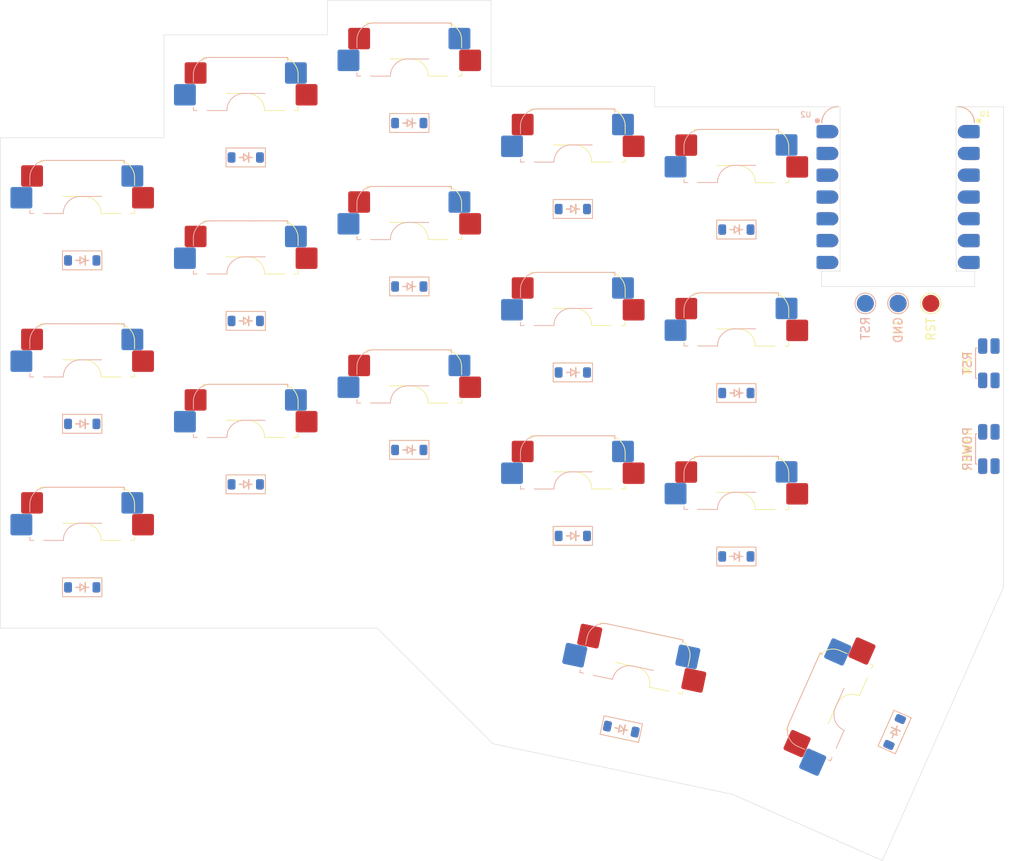
<source format=kicad_pcb>
(kicad_pcb (version 20241229) (generator "pcbnew") (generator_version "9.0")
  (layers (0 "F.Cu" signal) (2 "B.Cu" signal) (13 "F.Paste" user) (15 "B.Paste" user) (5 "F.SilkS" user "F.Silkscreen") (7 "B.SilkS" user "B.Silkscreen") (1 "F.Mask" user) (3 "B.Mask" user) (25 "Edge.Cuts" user))
  (net 0 "")
  (net 1 "Net-(D1-A)")
  (net 2 "Net-(D2-A)")
  (net 3 "Net-(D3-A)")
  (net 4 "Net-(D4-A)")
  (net 5 "Net-(D5-A)")
  (net 6 "Net-(D6-A)")
  (net 7 "Net-(D7-A)")
  (net 8 "Net-(D8-A)")
  (net 9 "Net-(D9-A)")
  (net 10 "Net-(D10-A)")
  (net 11 "Net-(D11-A)")
  (net 12 "Net-(D12-A)")
  (net 13 "Net-(D13-A)")
  (net 14 "Net-(D14-A)")
  (net 15 "Net-(D15-A)")
  (net 16 "Net-(D16-A)")
  (net 17 "Net-(D17-A)")
  (net 18 "CR1")
  (net 19 "CL1")
  (net 20 "CR2")
  (net 21 "CL2")
  (net 22 "CR3")
  (net 23 "CL3")
  (net 24 "CR4")
  (net 25 "CL4")
  (net 26 "CR5")
  (net 27 "CL5")
  (net 28 "RESET_LEFT")
  (net 29 "GND")
  (net 30 "RESET_RIGHT")
  (net 31 "PWR_SWITCH_LEFT")
  (net 32 "PWR_SWITCH_RIGHT")
  (net 45 "RL1")
  (net 46 "RL2")
  (net 47 "RL3")
  (net 48 "RL4")
  (net 49 "RR1")
  (net 50 "Net-(D18-A)")
  (net 51 "Net-(D19-A)")
  (net 52 "RR2")
  (net 53 "Net-(D20-A)")
  (net 54 "RR3")
  (net 55 "Net-(D21-A)")
  (net 56 "Net-(D22-A)")
  (net 57 "Net-(D23-A)")
  (net 58 "Net-(D24-A)")
  (net 59 "Net-(D25-A)")
  (net 60 "Net-(D26-A)")
  (net 61 "Net-(D27-A)")
  (net 62 "Net-(D28-A)")
  (net 63 "Net-(D29-A)")
  (net 64 "RR4")
  (net 65 "Net-(D30-A)")
  (net 66 "Net-(D31-A)")
  (net 67 "Net-(D32-A)")
  (net 68 "Net-(D33-A)")
  (net 69 "Net-(D34-A)")
  (footprint "BLE_KBD:Diode_SOD-123" (layer "F.Cu") (at 62.23 82.61845 180)
    (property "Reference" "D19" (hide yes))
    (property "Value" "Diode")
    (pad "1" smd roundrect (at -1.65 0 180) (size 0.9 1.2) (layers "F.Cu" "F.Mask" "F.Paste") (net 52 "RR2"))
    (pad "2" smd roundrect (at 1.65 0 180) (size 0.9 1.2) (layers "F.Cu" "F.Mask" "F.Paste") (net 51 "Net-(D19-A)"))
  )
  (footprint "BLE_KBD:Diode_SOD-123" (layer "F.Cu") (at 125.024762 118.193839 168.06)
    (property "Reference" "D30" (hide yes))
    (property "Value" "Diode")
    (pad "1" smd roundrect (at -1.65 0 168.06) (size 0.9 1.2) (layers "F.Cu" "F.Mask" "F.Paste") (net 64 "RR4"))
    (pad "2" smd roundrect (at 1.65 0 168.06) (size 0.9 1.2) (layers "F.Cu" "F.Mask" "F.Paste") (net 65 "Net-(D30-A)"))
  )
  (footprint "BLE_KBD:Hotswap_MX_WSS_1.50u" (layer "F.Cu") (at 126.010062 113.534376 -11.94)
    (property "Reference" "SW13")
    (property "Value" "Switch")
    (pad "" np_thru_hole circle (at -5.08 0 348.06) (size 1.75 1.75) (drill 1.75) (layers "*.Cu" "*.Mask"))
    (pad "" np_thru_hole circle (at -3.81 -2.54 348.06) (size 3.05 3.05) (drill 3.05) (layers "*.Cu" "*.Mask"))
    (pad "" np_thru_hole circle (at 0 0 348.06) (size 4 4) (drill 4) (layers "*.Cu" "*.Mask"))
    (pad "" np_thru_hole circle (at 2.54 -5.08 348.06) (size 3.05 3.05) (drill 3.05) (layers "*.Cu" "*.Mask"))
    (pad "" np_thru_hole circle (at 5.08 0 348.06) (size 1.75 1.75) (drill 1.75) (layers "*.Cu" "*.Mask"))
    (pad "1" smd roundrect (at -7.085 -2.54 348.06) (size 2.55 2.5) (layers "B.Cu" "B.Mask" "B.Paste") (roundrect_rratio 0.1) (net 25 "CL4"))
    (pad "2" smd roundrect (at 5.841999 -5.08 348.06) (size 2.55 2.5) (layers "B.Cu" "B.Mask" "B.Paste") (roundrect_rratio 0.1) (net 13 "Net-(D13-A)"))
  )
  (footprint "BLE_KBD:Diode_SOD-123" (layer "F.Cu") (at 100.33 85.6555 180)
    (property "Reference" "D26" (hide yes))
    (property "Value" "Diode")
    (pad "1" smd roundrect (at -1.65 0 180) (size 0.9 1.2) (layers "F.Cu" "F.Mask" "F.Paste") (net 54 "RR3"))
    (pad "2" smd roundrect (at 1.65 0 180) (size 0.9 1.2) (layers "F.Cu" "F.Mask" "F.Paste") (net 60 "Net-(D26-A)"))
  )
  (footprint "BLE_KBD:Diode_SOD-123" (layer "F.Cu") (at 156.866173 118.528678 -113.88)
    (property "Reference" "D34" (hide yes))
    (property "Value" "Diode")
    (pad "1" smd roundrect (at -1.65 0 246.12) (size 0.9 1.2) (layers "F.Cu" "F.Mask" "F.Paste") (net 64 "RR4"))
    (pad "2" smd roundrect (at 1.65 0 246.12) (size 0.9 1.2) (layers "F.Cu" "F.Mask" "F.Paste") (net 69 "Net-(D34-A)"))
  )
  (footprint "BLE_KBD:XIAO-nRF52840-BG" (layer "F.Cu") (at 157.265 56.18095)
    (property "Reference" "U1" (at 10.14 -9.7 0) (layer "F.SilkS") (effects (font (size 0.635 0.635) (thickness 0.1016))))
    (property "Value" "XIAO-nRF52840-DIP")
    (pad "1" smd roundrect (at -8.6 -7.62) (size 1.8 1.524) (layers "B.Cu" "B.Mask" "B.Paste") (roundrect_rratio 0.1640419948) (net 19 "CL1"))
    (pad "1" smd rect (at -8.4 -7.62) (size 1.4 1.524) (layers "B.Cu" "B.Mask" "B.Paste") (net 19 "CL1"))
    (pad "1" smd circle (at -7.72 -7.62) (size 1.524 1.524) (layers "B.Cu" "B.Mask" "B.Paste") (net 19 "CL1"))
    (pad "2" smd roundrect (at -8.6 -5.08) (size 1.8 1.524) (layers "B.Cu" "B.Mask" "B.Paste") (roundrect_rratio 0.1640419948) (net 21 "CL2"))
    (pad "2" smd rect (at -8.4 -5.08) (size 1.4 1.524) (layers "B.Cu" "B.Mask" "B.Paste") (net 21 "CL2"))
    (pad "2" smd circle (at -7.72 -5.08) (size 1.524 1.524) (layers "B.Cu" "B.Mask" "B.Paste") (net 21 "CL2"))
    (pad "3" smd roundrect (at -8.6 -2.54) (size 1.8 1.524) (layers "B.Cu" "B.Mask" "B.Paste") (roundrect_rratio 0.1640419948) (net 23 "CL3"))
    (pad "3" smd rect (at -8.4 -2.54) (size 1.4 1.524) (layers "B.Cu" "B.Mask" "B.Paste") (net 23 "CL3"))
    (pad "3" smd circle (at -7.72 -2.54) (size 1.524 1.524) (layers "B.Cu" "B.Mask" "B.Paste") (net 23 "CL3"))
    (pad "4" smd roundrect (at -8.6 0) (size 1.8 1.524) (layers "B.Cu" "B.Mask" "B.Paste") (roundrect_rratio 0.1640419948) (net 25 "CL4"))
    (pad "4" smd rect (at -8.4 0) (size 1.4 1.524) (layers "B.Cu" "B.Mask" "B.Paste") (net 25 "CL4"))
    (pad "4" smd circle (at -7.72 0) (size 1.524 1.524) (layers "B.Cu" "B.Mask" "B.Paste") (net 25 "CL4"))
    (pad "5" smd roundrect (at -8.6 2.54) (size 1.8 1.524) (layers "B.Cu" "B.Mask" "B.Paste") (roundrect_rratio 0.1640419948) (net 27 "CL5"))
    (pad "5" smd rect (at -8.4 2.54) (size 1.4 1.524) (layers "B.Cu" "B.Mask" "B.Paste") (net 27 "CL5"))
    (pad "5" smd circle (at -7.72 2.54) (size 1.524 1.524) (layers "B.Cu" "B.Mask" "B.Paste") (net 27 "CL5"))
    (pad "6" smd roundrect (at -8.6 5.08) (size 1.8 1.524) (layers "B.Cu" "B.Mask" "B.Paste") (roundrect_rratio 0.1640419948) (net 45 "RL1"))
    (pad "6" smd rect (at -8.4 5.08) (size 1.4 1.524) (layers "B.Cu" "B.Mask" "B.Paste") (net 45 "RL1"))
    (pad "6" smd circle (at -7.72 5.08) (size 1.524 1.524) (layers "B.Cu" "B.Mask" "B.Paste") (net 45 "RL1"))
    (pad "7" smd roundrect (at -8.6 7.62) (size 1.8 1.524) (layers "B.Cu" "B.Mask" "B.Paste") (roundrect_rratio 0.1640419948) (net 46 "RL2"))
    (pad "7" smd rect (at -8.4 7.62) (size 1.4 1.524) (layers "B.Cu" "B.Mask" "B.Paste") (net 46 "RL2"))
    (pad "7" smd circle (at -7.72 7.62) (size 1.524 1.524) (layers "B.Cu" "B.Mask" "B.Paste") (net 46 "RL2"))
    (pad "8" smd circle (at 7.72 7.62) (size 1.524 1.524) (layers "B.Cu" "B.Mask" "B.Paste") (net 47 "RL3"))
    (pad "8" smd rect (at 8.4 7.62) (size 1.4 1.524) (layers "B.Cu" "B.Mask" "B.Paste") (net 47 "RL3"))
    (pad "8" smd roundrect (at 8.6 7.62) (size 1.8 1.524) (layers "B.Cu" "B.Mask" "B.Paste") (roundrect_rratio 0.1640419948) (net 47 "RL3"))
    (pad "9" smd circle (at 7.72 5.08) (size 1.524 1.524) (layers "B.Cu" "B.Mask" "B.Paste") (net 48 "RL4"))
    (pad "9" smd rect (at 8.4 5.08) (size 1.4 1.524) (layers "B.Cu" "B.Mask" "B.Paste") (net 48 "RL4"))
    (pad "9" smd roundrect (at 8.6 5.08) (size 1.8 1.524) (layers "B.Cu" "B.Mask" "B.Paste") (roundrect_rratio 0.1640419948) (net 48 "RL4"))
    (pad "10" smd circle (at 7.72 2.54) (size 1.524 1.524) (layers "B.Cu" "B.Mask" "B.Paste") (net 31 "PWR_SWITCH_LEFT"))
    (pad "10" smd rect (at 8.4 2.54) (size 1.4 1.524) (layers "B.Cu" "B.Mask" "B.Paste") (net 31 "PWR_SWITCH_LEFT"))
    (pad "10" smd roundrect (at 8.6 2.54) (size 1.8 1.524) (layers "B.Cu" "B.Mask" "B.Paste") (roundrect_rratio 0.1640419948) (net 31 "PWR_SWITCH_LEFT"))
    (pad "11" smd circle (at 7.72 0) (size 1.524 1.524) (layers "B.Cu" "B.Mask" "B.Paste"))
    (pad "11" smd rect (at 8.4 0) (size 1.4 1.524) (layers "B.Cu" "B.Mask" "B.Paste"))
    (pad "11" smd roundrect (at 8.6 0) (size 1.8 1.524) (layers "B.Cu" "B.Mask" "B.Paste") (roundrect_rratio 0.1640419948))
    (pad "12" smd circle (at 7.72 -2.54) (size 1.524 1.524) (layers "B.Cu" "B.Mask" "B.Paste"))
    (pad "12" smd rect (at 8.4 -2.54) (size 1.4 1.524) (layers "B.Cu" "B.Mask" "B.Paste"))
    (pad "12" smd roundrect (at 8.6 -2.54) (size 1.8 1.524) (layers "B.Cu" "B.Mask" "B.Paste") (roundrect_rratio 0.1640419948))
    (pad "13" smd circle (at 7.72 -5.08) (size 1.524 1.524) (layers "B.Cu" "B.Mask" "B.Paste") (net 29 "GND"))
    (pad "13" smd rect (at 8.4 -5.08) (size 1.4 1.524) (layers "B.Cu" "B.Mask" "B.Paste") (net 29 "GND"))
    (pad "13" smd roundrect (at 8.6 -5.08) (size 1.8 1.524) (layers "B.Cu" "B.Mask" "B.Paste") (roundrect_rratio 0.1640419948) (net 29 "GND"))
    (pad "14" smd circle (at 7.72 -7.62) (size 1.524 1.524) (layers "B.Cu" "B.Mask" "B.Paste"))
    (pad "14" smd rect (at 8.4 -7.62) (size 1.4 1.524) (layers "B.Cu" "B.Mask" "B.Paste"))
    (pad "14" smd roundrect (at 8.6 -7.62) (size 1.8 1.524) (layers "B.Cu" "B.Mask" "B.Paste") (roundrect_rratio 0.1640419948))
  )
  (footprint "BLE_KBD:Hotswap_MX_WSS_1.00u" (layer "F.Cu") (at 138.43 55.193)
    (property "Reference" "SW14")
    (property "Value" "Switch")
    (pad "" np_thru_hole circle (at -5.08 0) (size 1.75 1.75) (drill 1.75) (layers "*.Cu" "*.Mask"))
    (pad "" np_thru_hole circle (at -3.81 -2.54) (size 3.05 3.05) (drill 3.05) (layers "*.Cu" "*.Mask"))
    (pad "" np_thru_hole circle (at 0 0) (size 4 4) (drill 4) (layers "*.Cu" "*.Mask"))
    (pad "" np_thru_hole circle (at 2.54 -5.08) (size 3.05 3.05) (drill 3.05) (layers "*.Cu" "*.Mask"))
    (pad "" np_thru_hole circle (at 5.08 0) (size 1.75 1.75) (drill 1.75) (layers "*.Cu" "*.Mask"))
    (pad "1" smd roundrect (at -7.085 -2.54) (size 2.55 2.5) (layers "B.Cu" "B.Mask" "B.Paste") (roundrect_rratio 0.1) (net 27 "CL5"))
    (pad "2" smd roundrect (at 5.842 -5.08) (size 2.55 2.5) (layers "B.Cu" "B.Mask" "B.Paste") (roundrect_rratio 0.1) (net 14 "Net-(D14-A)"))
  )
  (footprint "BLE_KBD:Hotswap_MX_WSS_1.50u" (layer "F.Cu") (at 152.511364 116.600712 66.12)
    (property "Reference" "SW17")
    (property "Value" "Switch")
    (pad "" np_thru_hole circle (at -5.08 0 66.12) (size 1.75 1.75) (drill 1.75) (layers "*.Cu" "*.Mask"))
    (pad "" np_thru_hole circle (at -3.81 -2.54 66.12) (size 3.05 3.05) (drill 3.05) (layers "*.Cu" "*.Mask"))
    (pad "" np_thru_hole circle (at 0 0 66.12) (size 4 4) (drill 4) (layers "*.Cu" "*.Mask"))
    (pad "" np_thru_hole circle (at 2.54 -5.08 66.12) (size 3.05 3.05) (drill 3.05) (layers "*.Cu" "*.Mask"))
    (pad "" np_thru_hole circle (at 5.08 0 66.12) (size 1.75 1.75) (drill 1.75) (layers "*.Cu" "*.Mask"))
    (pad "1" smd roundrect (at -7.085 -2.54 66.12) (size 2.55 2.5) (layers "B.Cu" "B.Mask" "B.Paste") (roundrect_rratio 0.1) (net 27 "CL5"))
    (pad "2" smd roundrect (at 5.841999 -5.08 66.12) (size 2.55 2.5) (layers "B.Cu" "B.Mask" "B.Paste") (roundrect_rratio 0.1) (net 17 "Net-(D17-A)"))
  )
  (footprint "BLE_KBD:Hotswap_MX_WSS_1.00u" (layer "F.Cu") (at 100.33 61.843)
    (property "Reference" "SW8")
    (property "Value" "Switch")
    (pad "" np_thru_hole circle (at -5.08 0) (size 1.75 1.75) (drill 1.75) (layers "*.Cu" "*.Mask"))
    (pad "" np_thru_hole circle (at -3.81 -2.54) (size 3.05 3.05) (drill 3.05) (layers "*.Cu" "*.Mask"))
    (pad "" np_thru_hole circle (at 0 0) (size 4 4) (drill 4) (layers "*.Cu" "*.Mask"))
    (pad "" np_thru_hole circle (at 2.54 -5.08) (size 3.05 3.05) (drill 3.05) (layers "*.Cu" "*.Mask"))
    (pad "" np_thru_hole circle (at 5.08 0) (size 1.75 1.75) (drill 1.75) (layers "*.Cu" "*.Mask"))
    (pad "1" smd roundrect (at -7.085 -2.54) (size 2.55 2.5) (layers "B.Cu" "B.Mask" "B.Paste") (roundrect_rratio 0.1) (net 23 "CL3"))
    (pad "2" smd roundrect (at 5.842 -5.08) (size 2.55 2.5) (layers "B.Cu" "B.Mask" "B.Paste") (roundrect_rratio 0.1) (net 8 "Net-(D8-A)"))
  )
  (footprint "TestPoint:TestPoint_Pad_D2.0mm" (layer "F.Cu") (at 157.265 68.58095)
    (property "Reference" "GND" (at 0 3.1 90) (layer "F.SilkS"))
    (property "Value" "TestPoint")
    (pad "1" smd circle (at 0 0) (size 2 2) (layers "F.Cu" "F.Mask") (net 29 "GND"))
  )
  (footprint "BLE_KBD:Hotswap_MX_WSS_1.00u" (layer "F.Cu") (at 119.38 52.812)
    (property "Reference" "SW10")
    (property "Value" "Switch")
    (pad "" np_thru_hole circle (at -5.08 0) (size 1.75 1.75) (drill 1.75) (layers "*.Cu" "*.Mask"))
    (pad "" np_thru_hole circle (at -3.81 -2.54) (size 3.05 3.05) (drill 3.05) (layers "*.Cu" "*.Mask"))
    (pad "" np_thru_hole circle (at 0 0) (size 4 4) (drill 4) (layers "*.Cu" "*.Mask"))
    (pad "" np_thru_hole circle (at 2.54 -5.08) (size 3.05 3.05) (drill 3.05) (layers "*.Cu" "*.Mask"))
    (pad "" np_thru_hole circle (at 5.08 0) (size 1.75 1.75) (drill 1.75) (layers "*.Cu" "*.Mask"))
    (pad "1" smd roundrect (at -7.085 -2.54) (size 2.55 2.5) (layers "B.Cu" "B.Mask" "B.Paste") (roundrect_rratio 0.1) (net 25 "CL4"))
    (pad "2" smd roundrect (at 5.842 -5.08) (size 2.55 2.5) (layers "B.Cu" "B.Mask" "B.Paste") (roundrect_rratio 0.1) (net 10 "Net-(D10-A)"))
  )
  (footprint "BLE_KBD:Diode_SOD-123" (layer "F.Cu") (at 81.28 70.61845 180)
    (property "Reference" "D22" (hide yes))
    (property "Value" "Diode")
    (pad "1" smd roundrect (at -1.65 0 180) (size 0.9 1.2) (layers "F.Cu" "F.Mask" "F.Paste") (net 52 "RR2"))
    (pad "2" smd roundrect (at 1.65 0 180) (size 0.9 1.2) (layers "F.Cu" "F.Mask" "F.Paste") (net 56 "Net-(D22-A)"))
  )
  (footprint "BLE_KBD:Diode_SOD-123" (layer "F.Cu") (at 100.33 66.60575 180)
    (property "Reference" "D25" (hide yes))
    (property "Value" "Diode")
    (pad "1" smd roundrect (at -1.65 0 180) (size 0.9 1.2) (layers "F.Cu" "F.Mask" "F.Paste") (net 52 "RR2"))
    (pad "2" smd roundrect (at 1.65 0 180) (size 0.9 1.2) (layers "F.Cu" "F.Mask" "F.Paste") (net 59 "Net-(D25-A)"))
  )
  (footprint "BLE_KBD:Hotswap_MX_WSS_1.00u" (layer "F.Cu") (at 81.28 65.85545)
    (property "Reference" "SW5")
    (property "Value" "Switch")
    (pad "" np_thru_hole circle (at -5.08 0) (size 1.75 1.75) (drill 1.75) (layers "*.Cu" "*.Mask"))
    (pad "" np_thru_hole circle (at -3.81 -2.54) (size 3.05 3.05) (drill 3.05) (layers "*.Cu" "*.Mask"))
    (pad "" np_thru_hole circle (at 0 0) (size 4 4) (drill 4) (layers "*.Cu" "*.Mask"))
    (pad "" np_thru_hole circle (at 2.54 -5.08) (size 3.05 3.05) (drill 3.05) (layers "*.Cu" "*.Mask"))
    (pad "" np_thru_hole circle (at 5.08 0) (size 1.75 1.75) (drill 1.75) (layers "*.Cu" "*.Mask"))
    (pad "1" smd roundrect (at -7.085 -2.54) (size 2.55 2.5) (layers "B.Cu" "B.Mask" "B.Paste") (roundrect_rratio 0.1) (net 21 "CL2"))
    (pad "2" smd roundrect (at 5.842 -5.08) (size 2.55 2.5) (layers "B.Cu" "B.Mask" "B.Paste") (roundrect_rratio 0.1) (net 5 "Net-(D5-A)"))
  )
  (footprint "BLE_KBD:Hotswap_MX_WSS_1.00u" (layer "F.Cu") (at 138.43 93.293)
    (property "Reference" "SW16")
    (property "Value" "Switch")
    (pad "" np_thru_hole circle (at -5.08 0) (size 1.75 1.75) (drill 1.75) (layers "*.Cu" "*.Mask"))
    (pad "" np_thru_hole circle (at -3.81 -2.54) (size 3.05 3.05) (drill 3.05) (layers "*.Cu" "*.Mask"))
    (pad "" np_thru_hole circle (at 0 0) (size 4 4) (drill 4) (layers "*.Cu" "*.Mask"))
    (pad "" np_thru_hole circle (at 2.54 -5.08) (size 3.05 3.05) (drill 3.05) (layers "*.Cu" "*.Mask"))
    (pad "" np_thru_hole circle (at 5.08 0) (size 1.75 1.75) (drill 1.75) (layers "*.Cu" "*.Mask"))
    (pad "1" smd roundrect (at -7.085 -2.54) (size 2.55 2.5) (layers "B.Cu" "B.Mask" "B.Paste") (roundrect_rratio 0.1) (net 27 "CL5"))
    (pad "2" smd roundrect (at 5.842 -5.08) (size 2.55 2.5) (layers "B.Cu" "B.Mask" "B.Paste") (roundrect_rratio 0.1) (net 16 "Net-(D16-A)"))
  )
  (footprint "BLE_KBD:Hotswap_MX_WSS_1.00u" (layer "F.Cu") (at 62.23 77.85595)
    (property "Reference" "SW2")
    (property "Value" "Switch")
    (pad "" np_thru_hole circle (at -5.08 0) (size 1.75 1.75) (drill 1.75) (layers "*.Cu" "*.Mask"))
    (pad "" np_thru_hole circle (at -3.81 -2.54) (size 3.05 3.05) (drill 3.05) (layers "*.Cu" "*.Mask"))
    (pad "" np_thru_hole circle (at 0 0) (size 4 4) (drill 4) (layers "*.Cu" "*.Mask"))
    (pad "" np_thru_hole circle (at 2.54 -5.08) (size 3.05 3.05) (drill 3.05) (layers "*.Cu" "*.Mask"))
    (pad "" np_thru_hole circle (at 5.08 0) (size 1.75 1.75) (drill 1.75) (layers "*.Cu" "*.Mask"))
    (pad "1" smd roundrect (at -7.085 -2.54) (size 2.55 2.5) (layers "B.Cu" "B.Mask" "B.Paste") (roundrect_rratio 0.1) (net 19 "CL1"))
    (pad "2" smd roundrect (at 5.842 -5.08) (size 2.55 2.5) (layers "B.Cu" "B.Mask" "B.Paste") (roundrect_rratio 0.1) (net 2 "Net-(D2-A)"))
  )
  (footprint "BLE_KBD:Diode_SOD-123" (layer "F.Cu") (at 119.38 95.67475 180)
    (property "Reference" "D29" (hide yes))
    (property "Value" "Diode")
    (pad "1" smd roundrect (at -1.65 0 180) (size 0.9 1.2) (layers "F.Cu" "F.Mask" "F.Paste") (net 54 "RR3"))
    (pad "2" smd roundrect (at 1.65 0 180) (size 0.9 1.2) (layers "F.Cu" "F.Mask" "F.Paste") (net 63 "Net-(D29-A)"))
  )
  (footprint "BLE_KBD:Hotswap_MX_WSS_1.00u" (layer "F.Cu") (at 62.23 58.80595)
    (property "Reference" "SW1")
    (property "Value" "Switch")
    (pad "" np_thru_hole circle (at -5.08 0) (size 1.75 1.75) (drill 1.75) (layers "*.Cu" "*.Mask"))
    (pad "" np_thru_hole circle (at -3.81 -2.54) (size 3.05 3.05) (drill 3.05) (layers "*.Cu" "*.Mask"))
    (pad "" np_thru_hole circle (at 0 0) (size 4 4) (drill 4) (layers "*.Cu" "*.Mask"))
    (pad "" np_thru_hole circle (at 2.54 -5.08) (size 3.05 3.05) (drill 3.05) (layers "*.Cu" "*.Mask"))
    (pad "" np_thru_hole circle (at 5.08 0) (size 1.75 1.75) (drill 1.75) (layers "*.Cu" "*.Mask"))
    (pad "1" smd roundrect (at -7.085 -2.54) (size 2.55 2.5) (layers "B.Cu" "B.Mask" "B.Paste") (roundrect_rratio 0.1) (net 19 "CL1"))
    (pad "2" smd roundrect (at 5.842 -5.08) (size 2.55 2.5) (layers "B.Cu" "B.Mask" "B.Paste") (roundrect_rratio 0.1) (net 1 "Net-(D1-A)"))
  )
  (footprint "BLE_KBD:Hotswap_MX_WSS_1.00u" (layer "F.Cu") (at 81.28 84.90545)
    (property "Reference" "SW6")
    (property "Value" "Switch")
    (pad "" np_thru_hole circle (at -5.08 0) (size 1.75 1.75) (drill 1.75) (layers "*.Cu" "*.Mask"))
    (pad "" np_thru_hole circle (at -3.81 -2.54) (size 3.05 3.05) (drill 3.05) (layers "*.Cu" "*.Mask"))
    (pad "" np_thru_hole circle (at 0 0) (size 4 4) (drill 4) (layers "*.Cu" "*.Mask"))
    (pad "" np_thru_hole circle (at 2.54 -5.08) (size 3.05 3.05) (drill 3.05) (layers "*.Cu" "*.Mask"))
    (pad "" np_thru_hole circle (at 5.08 0) (size 1.75 1.75) (drill 1.75) (layers "*.Cu" "*.Mask"))
    (pad "1" smd roundrect (at -7.085 -2.54) (size 2.55 2.5) (layers "B.Cu" "B.Mask" "B.Paste") (roundrect_rratio 0.1) (net 21 "CL2"))
    (pad "2" smd roundrect (at 5.842 -5.08) (size 2.55 2.5) (layers "B.Cu" "B.Mask" "B.Paste") (roundrect_rratio 0.1) (net 6 "Net-(D6-A)"))
  )
  (footprint "BLE_KBD:Diode_SOD-123" (layer "F.Cu") (at 81.28 89.66845 180)
    (property "Reference" "D23" (hide yes))
    (property "Value" "Diode")
    (pad "1" smd roundrect (at -1.65 0 180) (size 0.9 1.2) (layers "F.Cu" "F.Mask" "F.Paste") (net 54 "RR3"))
    (pad "2" smd roundrect (at 1.65 0 180) (size 0.9 1.2) (layers "F.Cu" "F.Mask" "F.Paste") (net 57 "Net-(D23-A)"))
  )
  (footprint "BLE_KBD:Diode_SOD-123" (layer "F.Cu") (at 138.43 98.0753 180)
    (property "Reference" "D33" (hide yes))
    (property "Value" "Diode")
    (pad "1" smd roundrect (at -1.65 0 180) (size 0.9 1.2) (layers "F.Cu" "F.Mask" "F.Paste") (net 54 "RR3"))
    (pad "2" smd roundrect (at 1.65 0 180) (size 0.9 1.2) (layers "F.Cu" "F.Mask" "F.Paste") (net 68 "Net-(D33-A)"))
  )
  (footprint "BLE_KBD:SW_SPST_EVQP7A_ HandSoldering" (layer "F.Cu") (at 167.840614 85.550016 90)
    (property "Reference" "POWER" (at 0 -2.5 90) (layer "F.SilkS"))
    (property "Value" "Switch")
    (pad "1" smd roundrect (at -2 -0.72 90) (size 1.8 1.05) (layers "F.Cu" "F.Mask" "F.Paste") (roundrect_rratio 0.2380952381) (net 29 "GND"))
    (pad "1" smd roundrect (at 2 -0.72 90) (size 1.8 1.05) (layers "F.Cu" "F.Mask" "F.Paste") (roundrect_rratio 0.2380952381) (net 29 "GND"))
    (pad "2" smd roundrect (at -2 0.72 90) (size 1.8 1.05) (layers "F.Cu" "F.Mask" "F.Paste") (roundrect_rratio 0.2380952381) (net 32 "PWR_SWITCH_RIGHT"))
    (pad "2" smd roundrect (at 2 0.72 90) (size 1.8 1.05) (layers "F.Cu" "F.Mask" "F.Paste") (roundrect_rratio 0.2380952381) (net 32 "PWR_SWITCH_RIGHT"))
  )
  (footprint "BLE_KBD:Diode_SOD-123" (layer "F.Cu") (at 119.38 76.62475 180)
    (property "Reference" "D28" (hide yes))
    (property "Value" "Diode")
    (pad "1" smd roundrect (at -1.65 0 180) (size 0.9 1.2) (layers "F.Cu" "F.Mask" "F.Paste") (net 52 "RR2"))
    (pad "2" smd roundrect (at 1.65 0 180) (size 0.9 1.2) (layers "F.Cu" "F.Mask" "F.Paste") (net 62 "Net-(D28-A)"))
  )
  (footprint "BLE_KBD:Hotswap_MX_WSS_1.00u" (layer "F.Cu") (at 100.33 80.893)
    (property "Reference" "SW9")
    (property "Value" "Switch")
    (pad "" np_thru_hole circle (at -5.08 0) (size 1.75 1.75) (drill 1.75) (layers "*.Cu" "*.Mask"))
    (pad "" np_thru_hole circle (at -3.81 -2.54) (size 3.05 3.05) (drill 3.05) (layers "*.Cu" "*.Mask"))
    (pad "" np_thru_hole circle (at 0 0) (size 4 4) (drill 4) (layers "*.Cu" "*.Mask"))
    (pad "" np_thru_hole circle (at 2.54 -5.08) (size 3.05 3.05) (drill 3.05) (layers "*.Cu" "*.Mask"))
    (pad "" np_thru_hole circle (at 5.08 0) (size 1.75 1.75) (drill 1.75) (layers "*.Cu" "*.Mask"))
    (pad "1" smd roundrect (at -7.085 -2.54) (size 2.55 2.5) (layers "B.Cu" "B.Mask" "B.Paste") (roundrect_rratio 0.1) (net 23 "CL3"))
    (pad "2" smd roundrect (at 5.842 -5.08) (size 2.55 2.5) (layers "B.Cu" "B.Mask" "B.Paste") (roundrect_rratio 0.1) (net 9 "Net-(D9-A)"))
  )
  (footprint "BLE_KBD:Diode_SOD-123" (layer "F.Cu") (at 62.23 101.66845 180)
    (property "Reference" "D20" (hide yes))
    (property "Value" "Diode")
    (pad "1" smd roundrect (at -1.65 0 180) (size 0.9 1.2) (layers "F.Cu" "F.Mask" "F.Paste") (net 54 "RR3"))
    (pad "2" smd roundrect (at 1.65 0 180) (size 0.9 1.2) (layers "F.Cu" "F.Mask" "F.Paste") (net 53 "Net-(D20-A)"))
  )
  (footprint "BLE_KBD:Diode_SOD-123" (layer "F.Cu") (at 138.43 59.9753 180)
    (property "Reference" "D31" (hide yes))
    (property "Value" "Diode")
    (pad "1" smd roundrect (at -1.65 0 180) (size 0.9 1.2) (layers "F.Cu" "F.Mask" "F.Paste") (net 49 "RR1"))
    (pad "2" smd roundrect (at 1.65 0 180) (size 0.9 1.2) (layers "F.Cu" "F.Mask" "F.Paste") (net 66 "Net-(D31-A)"))
  )
  (footprint "BLE_KBD:Hotswap_MX_WSS_1.00u" (layer "F.Cu") (at 100.33 42.793)
    (property "Reference" "SW7")
    (property "Value" "Switch")
    (pad "" np_thru_hole circle (at -5.08 0) (size 1.75 1.75) (drill 1.75) (layers "*.Cu" "*.Mask"))
    (pad "" np_thru_hole circle (at -3.81 -2.54) (size 3.05 3.05) (drill 3.05) (layers "*.Cu" "*.Mask"))
    (pad "" np_thru_hole circle (at 0 0) (size 4 4) (drill 4) (layers "*.Cu" "*.Mask"))
    (pad "" np_thru_hole circle (at 2.54 -5.08) (size 3.05 3.05) (drill 3.05) (layers "*.Cu" "*.Mask"))
    (pad "" np_thru_hole circle (at 5.08 0) (size 1.75 1.75) (drill 1.75) (layers "*.Cu" "*.Mask"))
    (pad "1" smd roundrect (at -7.085 -2.54) (size 2.55 2.5) (layers "B.Cu" "B.Mask" "B.Paste") (roundrect_rratio 0.1) (net 23 "CL3"))
    (pad "2" smd roundrect (at 5.842 -5.08) (size 2.55 2.5) (layers "B.Cu" "B.Mask" "B.Paste") (roundrect_rratio 0.1) (net 7 "Net-(D7-A)"))
  )
  (footprint "BLE_KBD:Hotswap_MX_WSS_1.00u" (layer "F.Cu") (at 62.23 96.90595)
    (property "Reference" "SW3")
    (property "Value" "Switch")
    (pad "" np_thru_hole circle (at -5.08 0) (size 1.75 1.75) (drill 1.75) (layers "*.Cu" "*.Mask"))
    (pad "" np_thru_hole circle (at -3.81 -2.54) (size 3.05 3.05) (drill 3.05) (layers "*.Cu" "*.Mask"))
    (pad "" np_thru_hole circle (at 0 0) (size 4 4) (drill 4) (layers "*.Cu" "*.Mask"))
    (pad "" np_thru_hole circle (at 2.54 -5.08) (size 3.05 3.05) (drill 3.05) (layers "*.Cu" "*.Mask"))
    (pad "" np_thru_hole circle (at 5.08 0) (size 1.75 1.75) (drill 1.75) (layers "*.Cu" "*.Mask"))
    (pad "1" smd roundrect (at -7.085 -2.54) (size 2.55 2.5) (layers "B.Cu" "B.Mask" "B.Paste") (roundrect_rratio 0.1) (net 19 "CL1"))
    (pad "2" smd roundrect (at 5.842 -5.08) (size 2.55 2.5) (layers "B.Cu" "B.Mask" "B.Paste") (roundrect_rratio 0.1) (net 3 "Net-(D3-A)"))
  )
  (footprint "BLE_KBD:SW_SPST_EVQP7A_ HandSoldering" (layer "F.Cu") (at 167.840614 75.550016 90)
    (property "Reference" "RST" (at 0 -2.5 270) (layer "F.SilkS"))
    (property "Value" "Switch")
    (pad "1" smd roundrect (at -2 -0.72 90) (size 1.8 1.05) (layers "F.Cu" "F.Mask" "F.Paste") (roundrect_rratio 0.2380952381) (net 30 "RESET_RIGHT"))
    (pad "1" smd roundrect (at 2 -0.72 90) (size 1.8 1.05) (layers "F.Cu" "F.Mask" "F.Paste") (roundrect_rratio 0.2380952381) (net 30 "RESET_RIGHT"))
    (pad "2" smd roundrect (at -2 0.72 90) (size 1.8 1.05) (layers "F.Cu" "F.Mask" "F.Paste") (roundrect_rratio 0.2380952381) (net 29 "GND"))
    (pad "2" smd roundrect (at 2 0.72 90) (size 1.8 1.05) (layers "F.Cu" "F.Mask" "F.Paste") (roundrect_rratio 0.2380952381) (net 29 "GND"))
  )
  (footprint "BLE_KBD:Diode_SOD-123" (layer "F.Cu") (at 62.23 63.56845 180)
    (property "Reference" "D18" (hide yes))
    (property "Value" "Diode")
    (pad "1" smd roundrect (at -1.65 0 180) (size 0.9 1.2) (layers "F.Cu" "F.Mask" "F.Paste") (net 49 "RR1"))
    (pad "2" smd roundrect (at 1.65 0 180) (size 0.9 1.2) (layers "F.Cu" "F.Mask" "F.Paste") (net 50 "Net-(D18-A)"))
  )
  (footprint "BLE_KBD:Hotswap_MX_WSS_1.00u" (layer "F.Cu") (at 81.28 46.80545)
    (property "Reference" "SW4")
    (property "Value" "Switch")
    (pad "" np_thru_hole circle (at -5.08 0) (size 1.75 1.75) (drill 1.75) (layers "*.Cu" "*.Mask"))
    (pad "" np_thru_hole circle (at -3.81 -2.54) (size 3.05 3.05) (drill 3.05) (layers "*.Cu" "*.Mask"))
    (pad "" np_thru_hole circle (at 0 0) (size 4 4) (drill 4) (layers "*.Cu" "*.Mask"))
    (pad "" np_thru_hole circle (at 2.54 -5.08) (size 3.05 3.05) (drill 3.05) (layers "*.Cu" "*.Mask"))
    (pad "" np_thru_hole circle (at 5.08 0) (size 1.75 1.75) (drill 1.75) (layers "*.Cu" "*.Mask"))
    (pad "1" smd roundrect (at -7.085 -2.54) (size 2.55 2.5) (layers "B.Cu" "B.Mask" "B.Paste") (roundrect_rratio 0.1) (net 21 "CL2"))
    (pad "2" smd roundrect (at 5.842 -5.08) (size 2.55 2.5) (layers "B.Cu" "B.Mask" "B.Paste") (roundrect_rratio 0.1) (net 4 "Net-(D4-A)"))
  )
  (footprint "BLE_KBD:Diode_SOD-123" (layer "F.Cu") (at 138.43 79.0253 180)
    (property "Reference" "D32" (hide yes))
    (property "Value" "Diode")
    (pad "1" smd roundrect (at -1.65 0 180) (size 0.9 1.2) (layers "F.Cu" "F.Mask" "F.Paste") (net 52 "RR2"))
    (pad "2" smd roundrect (at 1.65 0 180) (size 0.9 1.2) (layers "F.Cu" "F.Mask" "F.Paste") (net 67 "Net-(D32-A)"))
  )
  (footprint "BLE_KBD:Diode_SOD-123" (layer "F.Cu") (at 119.38 57.57475 180)
    (property "Reference" "D27" (hide yes))
    (property "Value" "Diode")
    (pad "1" smd roundrect (at -1.65 0 180) (size 0.9 1.2) (layers "F.Cu" "F.Mask" "F.Paste") (net 49 "RR1"))
    (pad "2" smd roundrect (at 1.65 0 180) (size 0.9 1.2) (layers "F.Cu" "F.Mask" "F.Paste") (net 61 "Net-(D27-A)"))
  )
  (footprint "BLE_KBD:Diode_SOD-123" (layer "F.Cu") (at 81.28 51.56845 180)
    (property "Reference" "D21" (hide yes))
    (property "Value" "Diode")
    (pad "1" smd roundrect (at -1.65 0 180) (size 0.9 1.2) (layers "F.Cu" "F.Mask" "F.Paste") (net 49 "RR1"))
    (pad "2" smd roundrect (at 1.65 0 180) (size 0.9 1.2) (layers "F.Cu" "F.Mask" "F.Paste") (net 55 "Net-(D21-A)"))
  )
  (footprint "BLE_KBD:Hotswap_MX_WSS_1.00u" (layer "F.Cu") (at 119.38 71.862)
    (property "Reference" "SW11")
    (property "Value" "Switch")
    (pad "" np_thru_hole circle (at -5.08 0) (size 1.75 1.75) (drill 1.75) (layers "*.Cu" "*.Mask"))
    (pad "" np_thru_hole circle (at -3.81 -2.54) (size 3.05 3.05) (drill 3.05) (layers "*.Cu" "*.Mask"))
    (pad "" np_thru_hole circle (at 0 0) (size 4 4) (drill 4) (layers "*.Cu" "*.Mask"))
    (pad "" np_thru_hole circle (at 2.54 -5.08) (size 3.05 3.05) (drill 3.05) (layers "*.Cu" "*.Mask"))
    (pad "" np_thru_hole circle (at 5.08 0) (size 1.75 1.75) (drill 1.75) (layers "*.Cu" "*.Mask"))
    (pad "1" smd roundrect (at -7.085 -2.54) (size 2.55 2.5) (layers "B.Cu" "B.Mask" "B.Paste") (roundrect_rratio 0.1) (net 25 "CL4"))
    (pad "2" smd roundrect (at 5.842 -5.08) (size 2.55 2.5) (layers "B.Cu" "B.Mask" "B.Paste") (roundrect_rratio 0.1) (net 11 "Net-(D11-A)"))
  )
  (footprint "TestPoint:TestPoint_Pad_D2.0mm" (layer "F.Cu") (at 161.075 68.58095)
    (property "Reference" "RST" (at 0 3 270) (layer "F.SilkS"))
    (property "Value" "TestPoint")
    (pad "1" smd circle (at 0 0) (size 2 2) (layers "F.Cu" "F.Mask") (net 30 "RESET_RIGHT"))
  )
  (footprint "BLE_KBD:Hotswap_MX_WSS_1.00u" (layer "F.Cu") (at 119.38 90.912)
    (property "Reference" "SW12")
    (property "Value" "Switch")
    (pad "" np_thru_hole circle (at -5.08 0) (size 1.75 1.75) (drill 1.75) (layers "*.Cu" "*.Mask"))
    (pad "" np_thru_hole circle (at -3.81 -2.54) (size 3.05 3.05) (drill 3.05) (layers "*.Cu" "*.Mask"))
    (pad "" np_thru_hole circle (at 0 0) (size 4 4) (drill 4) (layers "*.Cu" "*.Mask"))
    (pad "" np_thru_hole circle (at 2.54 -5.08) (size 3.05 3.05) (drill 3.05) (layers "*.Cu" "*.Mask"))
    (pad "" np_thru_hole circle (at 5.08 0) (size 1.75 1.75) (drill 1.75) (layers "*.Cu" "*.Mask"))
    (pad "1" smd roundrect (at -7.085 -2.54) (size 2.55 2.5) (layers "B.Cu" "B.Mask" "B.Paste") (roundrect_rratio 0.1) (net 25 "CL4"))
    (pad "2" smd roundrect (at 5.842 -5.08) (size 2.55 2.5) (layers "B.Cu" "B.Mask" "B.Paste") (roundrect_rratio 0.1) (net 12 "Net-(D12-A)"))
  )
  (footprint "BLE_KBD:Hotswap_MX_WSS_1.00u" (layer "F.Cu") (at 138.43 74.243)
    (property "Reference" "SW15")
    (property "Value" "Switch")
    (pad "" np_thru_hole circle (at -5.08 0) (size 1.75 1.75) (drill 1.75) (layers "*.Cu" "*.Mask"))
    (pad "" np_thru_hole circle (at -3.81 -2.54) (size 3.05 3.05) (drill 3.05) (layers "*.Cu" "*.Mask"))
    (pad "" np_thru_hole circle (at 0 0) (size 4 4) (drill 4) (layers "*.Cu" "*.Mask"))
    (pad "" np_thru_hole circle (at 2.54 -5.08) (size 3.05 3.05) (drill 3.05) (layers "*.Cu" "*.Mask"))
    (pad "" np_thru_hole circle (at 5.08 0) (size 1.75 1.75) (drill 1.75) (layers "*.Cu" "*.Mask"))
    (pad "1" smd roundrect (at -7.085 -2.54) (size 2.55 2.5) (layers "B.Cu" "B.Mask" "B.Paste") (roundrect_rratio 0.1) (net 27 "CL5"))
    (pad "2" smd roundrect (at 5.842 -5.08) (size 2.55 2.5) (layers "B.Cu" "B.Mask" "B.Paste") (roundrect_rratio 0.1) (net 15 "Net-(D15-A)"))
  )
  (footprint "BLE_KBD:Diode_SOD-123" (layer "F.Cu") (at 100.33 47.55575 180)
    (property "Reference" "D24" (hide yes))
    (property "Value" "Diode")
    (pad "1" smd roundrect (at -1.65 0 180) (size 0.9 1.2) (layers "F.Cu" "F.Mask" "F.Paste") (net 49 "RR1"))
    (pad "2" smd roundrect (at 1.65 0 180) (size 0.9 1.2) (layers "F.Cu" "F.Mask" "F.Paste") (net 58 "Net-(D24-A)"))
  )
  (footprint "BLE_KBD:Hotswap_MX_WSS_1.00u" (layer "B.Cu") (at 138.43 74.2628 180)
    (property "Reference" "SW32")
    (property "Value" "Switch")
    (pad "" np_thru_hole circle (at -5.08 0 180) (size 1.75 1.75) (drill 1.75) (layers "*.Cu" "*.Mask"))
    (pad "" np_thru_hole circle (at -3.81 2.54 180) (size 3.05 3.05) (drill 3.05) (layers "*.Cu" "*.Mask"))
    (pad "" np_thru_hole circle (at 0 0 180) (size 4 4) (drill 4) (layers "*.Cu" "*.Mask"))
    (pad "" np_thru_hole circle (at 2.54 5.08 180) (size 3.05 3.05) (drill 3.05) (layers "*.Cu" "*.Mask"))
    (pad "" np_thru_hole circle (at 5.08 0 180) (size 1.75 1.75) (drill 1.75) (layers "*.Cu" "*.Mask"))
    (pad "1" smd roundrect (at -7.085 2.54 180) (size 2.55 2.5) (layers "F.Cu" "F.Mask" "F.Paste") (roundrect_rratio 0.1) (net 26 "CR5"))
    (pad "2" smd roundrect (at 5.842 5.08 180) (size 2.55 2.5) (layers "F.Cu" "F.Mask" "F.Paste") (roundrect_rratio 0.1) (net 67 "Net-(D32-A)"))
  )
  (footprint "BLE_KBD:Hotswap_MX_WSS_1.00u" (layer "B.Cu") (at 81.28 46.80595 180)
    (property "Reference" "SW21")
    (property "Value" "Switch")
    (pad "" np_thru_hole circle (at -5.08 0 180) (size 1.75 1.75) (drill 1.75) (layers "*.Cu" "*.Mask"))
    (pad "" np_thru_hole circle (at -3.81 2.54 180) (size 3.05 3.05) (drill 3.05) (layers "*.Cu" "*.Mask"))
    (pad "" np_thru_hole circle (at 0 0 180) (size 4 4) (drill 4) (layers "*.Cu" "*.Mask"))
    (pad "" np_thru_hole circle (at 2.54 5.08 180) (size 3.05 3.05) (drill 3.05) (layers "*.Cu" "*.Mask"))
    (pad "" np_thru_hole circle (at 5.08 0 180) (size 1.75 1.75) (drill 1.75) (layers "*.Cu" "*.Mask"))
    (pad "1" smd roundrect (at -7.085 2.54 180) (size 2.55 2.5) (layers "F.Cu" "F.Mask" "F.Paste") (roundrect_rratio 0.1) (net 20 "CR2"))
    (pad "2" smd roundrect (at 5.842 5.08 180) (size 2.55 2.5) (layers "F.Cu" "F.Mask" "F.Paste") (roundrect_rratio 0.1) (net 55 "Net-(D21-A)"))
  )
  (footprint "BLE_KBD:Diode_SOD-123" (layer "B.Cu") (at 100.33 47.55575 180)
    (property "Reference" "D7" (hide yes))
    (property "Value" "Diode")
    (pad "1" smd roundrect (at -1.65 0 180) (size 0.9 1.2) (layers "B.Cu" "B.Mask" "B.Paste") (net 45 "RL1"))
    (pad "2" smd roundrect (at 1.65 0 180) (size 0.9 1.2) (layers "B.Cu" "B.Mask" "B.Paste") (net 7 "Net-(D7-A)"))
  )
  (footprint "BLE_KBD:Hotswap_MX_WSS_1.00u" (layer "B.Cu") (at 62.23 96.90595 180)
    (property "Reference" "SW20")
    (property "Value" "Switch")
    (pad "" np_thru_hole circle (at -5.08 0 180) (size 1.75 1.75) (drill 1.75) (layers "*.Cu" "*.Mask"))
    (pad "" np_thru_hole circle (at -3.81 2.54 180) (size 3.05 3.05) (drill 3.05) (layers "*.Cu" "*.Mask"))
    (pad "" np_thru_hole circle (at 0 0 180) (size 4 4) (drill 4) (layers "*.Cu" "*.Mask"))
    (pad "" np_thru_hole circle (at 2.54 5.08 180) (size 3.05 3.05) (drill 3.05) (layers "*.Cu" "*.Mask"))
    (pad "" np_thru_hole circle (at 5.08 0 180) (size 1.75 1.75) (drill 1.75) (layers "*.Cu" "*.Mask"))
    (pad "1" smd roundrect (at -7.085 2.54 180) (size 2.55 2.5) (layers "F.Cu" "F.Mask" "F.Paste") (roundrect_rratio 0.1) (net 18 "CR1"))
    (pad "2" smd roundrect (at 5.842 5.08 180) (size 2.55 2.5) (layers "F.Cu" "F.Mask" "F.Paste") (roundrect_rratio 0.1) (net 53 "Net-(D20-A)"))
  )
  (footprint "BLE_KBD:Diode_SOD-123" (layer "B.Cu") (at 156.866173 118.528678 -113.88)
    (property "Reference" "D17" (hide yes))
    (property "Value" "Diode")
    (pad "1" smd roundrect (at -1.65 0 246.12) (size 0.9 1.2) (layers "B.Cu" "B.Mask" "B.Paste") (net 48 "RL4"))
    (pad "2" smd roundrect (at 1.65 0 246.12) (size 0.9 1.2) (layers "B.Cu" "B.Mask" "B.Paste") (net 17 "Net-(D17-A)"))
  )
  (footprint "BLE_KBD:SW_SPST_EVQP7A_ HandSoldering" (layer "B.Cu") (at 167.840614 85.550016 -90)
    (property "Reference" "POWER" (at 0 2.5 90) (layer "B.SilkS") (effects (justify mirror)))
    (property "Value" "Switch")
    (pad "1" smd roundrect (at -2 0.72 270) (size 1.8 1.05) (layers "B.Cu" "B.Mask" "B.Paste") (roundrect_rratio 0.2380952381) (net 29 "GND"))
    (pad "1" smd roundrect (at 2 0.72 270) (size 1.8 1.05) (layers "B.Cu" "B.Mask" "B.Paste") (roundrect_rratio 0.2380952381) (net 29 "GND"))
    (pad "2" smd roundrect (at -2 -0.72 270) (size 1.8 1.05) (layers "B.Cu" "B.Mask" "B.Paste") (roundrect_rratio 0.2380952381) (net 31 "PWR_SWITCH_LEFT"))
    (pad "2" smd roundrect (at 2 -0.72 270) (size 1.8 1.05) (layers "B.Cu" "B.Mask" "B.Paste") (roundrect_rratio 0.2380952381) (net 31 "PWR_SWITCH_LEFT"))
  )
  (footprint "BLE_KBD:Diode_SOD-123" (layer "B.Cu") (at 100.33 85.6555 180)
    (property "Reference" "D9" (hide yes))
    (property "Value" "Diode")
    (pad "1" smd roundrect (at -1.65 0 180) (size 0.9 1.2) (layers "B.Cu" "B.Mask" "B.Paste") (net 47 "RL3"))
    (pad "2" smd roundrect (at 1.65 0 180) (size 0.9 1.2) (layers "B.Cu" "B.Mask" "B.Paste") (net 9 "Net-(D9-A)"))
  )
  (footprint "BLE_KBD:Hotswap_MX_WSS_1.00u" (layer "B.Cu") (at 119.38 90.91225 180)
    (property "Reference" "SW29")
    (property "Value" "Switch")
    (pad "" np_thru_hole circle (at -5.08 0 180) (size 1.75 1.75) (drill 1.75) (layers "*.Cu" "*.Mask"))
    (pad "" np_thru_hole circle (at -3.81 2.54 180) (size 3.05 3.05) (drill 3.05) (layers "*.Cu" "*.Mask"))
    (pad "" np_thru_hole circle (at 0 0 180) (size 4 4) (drill 4) (layers "*.Cu" "*.Mask"))
    (pad "" np_thru_hole circle (at 2.54 5.08 180) (size 3.05 3.05) (drill 3.05) (layers "*.Cu" "*.Mask"))
    (pad "" np_thru_hole circle (at 5.08 0 180) (size 1.75 1.75) (drill 1.75) (layers "*.Cu" "*.Mask"))
    (pad "1" smd roundrect (at -7.085 2.54 180) (size 2.55 2.5) (layers "F.Cu" "F.Mask" "F.Paste") (roundrect_rratio 0.1) (net 24 "CR4"))
    (pad "2" smd roundrect (at 5.842 5.08 180) (size 2.55 2.5) (layers "F.Cu" "F.Mask" "F.Paste") (roundrect_rratio 0.1) (net 63 "Net-(D29-A)"))
  )
  (footprint "BLE_KBD:Diode_SOD-123" (layer "B.Cu") (at 138.43 79.0253 180)
    (property "Reference" "D15" (hide yes))
    (property "Value" "Diode")
    (pad "1" smd roundrect (at -1.65 0 180) (size 0.9 1.2) (layers "B.Cu" "B.Mask" "B.Paste") (net 46 "RL2"))
    (pad "2" smd roundrect (at 1.65 0 180) (size 0.9 1.2) (layers "B.Cu" "B.Mask" "B.Paste") (net 15 "Net-(D15-A)"))
  )
  (footprint "BLE_KBD:Diode_SOD-123" (layer "B.Cu") (at 81.28 70.61845 180)
    (property "Reference" "D5" (hide yes))
    (property "Value" "Diode")
    (pad "1" smd roundrect (at -1.65 0 180) (size 0.9 1.2) (layers "B.Cu" "B.Mask" "B.Paste") (net 46 "RL2"))
    (pad "2" smd roundrect (at 1.65 0 180) (size 0.9 1.2) (layers "B.Cu" "B.Mask" "B.Paste") (net 5 "Net-(D5-A)"))
  )
  (footprint "BLE_KBD:Hotswap_MX_WSS_1.00u" (layer "B.Cu") (at 119.38 71.86225 180)
    (property "Reference" "SW28")
    (property "Value" "Switch")
    (pad "" np_thru_hole circle (at -5.08 0 180) (size 1.75 1.75) (drill 1.75) (layers "*.Cu" "*.Mask"))
    (pad "" np_thru_hole circle (at -3.81 2.54 180) (size 3.05 3.05) (drill 3.05) (layers "*.Cu" "*.Mask"))
    (pad "" np_thru_hole circle (at 0 0 180) (size 4 4) (drill 4) (layers "*.Cu" "*.Mask"))
    (pad "" np_thru_hole circle (at 2.54 5.08 180) (size 3.05 3.05) (drill 3.05) (layers "*.Cu" "*.Mask"))
    (pad "" np_thru_hole circle (at 5.08 0 180) (size 1.75 1.75) (drill 1.75) (layers "*.Cu" "*.Mask"))
    (pad "1" smd roundrect (at -7.085 2.54 180) (size 2.55 2.5) (layers "F.Cu" "F.Mask" "F.Paste") (roundrect_rratio 0.1) (net 24 "CR4"))
    (pad "2" smd roundrect (at 5.842 5.08 180) (size 2.55 2.5) (layers "F.Cu" "F.Mask" "F.Paste") (roundrect_rratio 0.1) (net 62 "Net-(D28-A)"))
  )
  (footprint "BLE_KBD:Diode_SOD-123" (layer "B.Cu") (at 62.23 82.61845 180)
    (property "Reference" "D2" (hide yes))
    (property "Value" "Diode")
    (pad "1" smd roundrect (at -1.65 0 180) (size 0.9 1.2) (layers "B.Cu" "B.Mask" "B.Paste") (net 46 "RL2"))
    (pad "2" smd roundrect (at 1.65 0 180) (size 0.9 1.2) (layers "B.Cu" "B.Mask" "B.Paste") (net 2 "Net-(D2-A)"))
  )
  (footprint "BLE_KBD:Hotswap_MX_WSS_1.00u" (layer "B.Cu") (at 100.33 61.84325 180)
    (property "Reference" "SW25")
    (property "Value" "Switch")
    (pad "" np_thru_hole circle (at -5.08 0 180) (size 1.75 1.75) (drill 1.75) (layers "*.Cu" "*.Mask"))
    (pad "" np_thru_hole circle (at -3.81 2.54 180) (size 3.05 3.05) (drill 3.05) (layers "*.Cu" "*.Mask"))
    (pad "" np_thru_hole circle (at 0 0 180) (size 4 4) (drill 4) (layers "*.Cu" "*.Mask"))
    (pad "" np_thru_hole circle (at 2.54 5.08 180) (size 3.05 3.05) (drill 3.05) (layers "*.Cu" "*.Mask"))
    (pad "" np_thru_hole circle (at 5.08 0 180) (size 1.75 1.75) (drill 1.75) (layers "*.Cu" "*.Mask"))
    (pad "1" smd roundrect (at -7.085 2.54 180) (size 2.55 2.5) (layers "F.Cu" "F.Mask" "F.Paste") (roundrect_rratio 0.1) (net 22 "CR3"))
    (pad "2" smd roundrect (at 5.842 5.08 180) (size 2.55 2.5) (layers "F.Cu" "F.Mask" "F.Paste") (roundrect_rratio 0.1) (net 59 "Net-(D25-A)"))
  )
  (footprint "BLE_KBD:Diode_SOD-123" (layer "B.Cu") (at 100.33 66.60575 180)
    (property "Reference" "D8" (hide yes))
    (property "Value" "Diode")
    (pad "1" smd roundrect (at -1.65 0 180) (size 0.9 1.2) (layers "B.Cu" "B.Mask" "B.Paste") (net 46 "RL2"))
    (pad "2" smd roundrect (at 1.65 0 180) (size 0.9 1.2) (layers "B.Cu" "B.Mask" "B.Paste") (net 8 "Net-(D8-A)"))
  )
  (footprint "BLE_KBD:Hotswap_MX_WSS_1.00u" (layer "B.Cu") (at 81.28 65.85595 180)
    (property "Reference" "SW22")
    (property "Value" "Switch")
    (pad "" np_thru_hole circle (at -5.08 0 180) (size 1.75 1.75) (drill 1.75) (layers "*.Cu" "*.Mask"))
    (pad "" np_thru_hole circle (at -3.81 2.54 180) (size 3.05 3.05) (drill 3.05) (layers "*.Cu" "*.Mask"))
    (pad "" np_thru_hole circle (at 0 0 180) (size 4 4) (drill 4) (layers "*.Cu" "*.Mask"))
    (pad "" np_thru_hole circle (at 2.54 5.08 180) (size 3.05 3.05) (drill 3.05) (layers "*.Cu" "*.Mask"))
    (pad "" np_thru_hole circle (at 5.08 0 180) (size 1.75 1.75) (drill 1.75) (layers "*.Cu" "*.Mask"))
    (pad "1" smd roundrect (at -7.085 2.54 180) (size 2.55 2.5) (layers "F.Cu" "F.Mask" "F.Paste") (roundrect_rratio 0.1) (net 20 "CR2"))
    (pad "2" smd roundrect (at 5.842 5.08 180) (size 2.55 2.5) (layers "F.Cu" "F.Mask" "F.Paste") (roundrect_rratio 0.1) (net 56 "Net-(D22-A)"))
  )
  (footprint "BLE_KBD:Hotswap_MX_WSS_1.50u" (layer "B.Cu") (at 152.511364 116.600712 -113.88)
    (property "Reference" "SW34")
    (property "Value" "Switch")
    (pad "" np_thru_hole circle (at -5.08 0 246.12) (size 1.75 1.75) (drill 1.75) (layers "*.Cu" "*.Mask"))
    (pad "" np_thru_hole circle (at -3.81 2.54 246.12) (size 3.05 3.05) (drill 3.05) (layers "*.Cu" "*.Mask"))
    (pad "" np_thru_hole circle (at 0 0 246.12) (size 4 4) (drill 4) (layers "*.Cu" "*.Mask"))
    (pad "" np_thru_hole circle (at 2.54 5.08 246.12) (size 3.05 3.05) (drill 3.05) (layers "*.Cu" "*.Mask"))
    (pad "" np_thru_hole circle (at 5.08 0 246.12) (size 1.75 1.75) (drill 1.75) (layers "*.Cu" "*.Mask"))
    (pad "1" smd roundrect (at -7.085 2.54 246.12) (size 2.55 2.5) (layers "F.Cu" "F.Mask" "F.Paste") (roundrect_rratio 0.1) (net 26 "CR5"))
    (pad "2" smd roundrect (at 5.841999 5.079999 246.12) (size 2.55 2.5) (layers "F.Cu" "F.Mask" "F.Paste") (roundrect_rratio 0.1) (net 69 "Net-(D34-A)"))
  )
  (footprint "BLE_KBD:Hotswap_MX_WSS_1.00u" (layer "B.Cu") (at 138.43 55.2128 180)
    (property "Reference" "SW31")
    (property "Value" "Switch")
    (pad "" np_thru_hole circle (at -5.08 0 180) (size 1.75 1.75) (drill 1.75) (layers "*.Cu" "*.Mask"))
    (pad "" np_thru_hole circle (at -3.81 2.54 180) (size 3.05 3.05) (drill 3.05) (layers "*.Cu" "*.Mask"))
    (pad "" np_thru_hole circle (at 0 0 180) (size 4 4) (drill 4) (layers "*.Cu" "*.Mask"))
    (pad "" np_thru_hole circle (at 2.54 5.08 180) (size 3.05 3.05) (drill 3.05) (layers "*.Cu" "*.Mask"))
    (pad "" np_thru_hole circle (at 5.08 0 180) (size 1.75 1.75) (drill 1.75) (layers "*.Cu" "*.Mask"))
    (pad "1" smd roundrect (at -7.085 2.54 180) (size 2.55 2.5) (layers "F.Cu" "F.Mask" "F.Paste") (roundrect_rratio 0.1) (net 26 "CR5"))
    (pad "2" smd roundrect (at 5.842 5.08 180) (size 2.55 2.5) (layers "F.Cu" "F.Mask" "F.Paste") (roundrect_rratio 0.1) (net 66 "Net-(D31-A)"))
  )
  (footprint "TestPoint:TestPoint_Pad_D2.0mm" (layer "B.Cu") (at 153.455 68.58095 180)
    (property "Reference" "RST" (at 0 -2.9 90) (layer "B.SilkS") (effects (justify mirror)))
    (property "Value" "TestPoint")
    (pad "1" smd circle (at 0 0 180) (size 2 2) (layers "B.Cu" "B.Mask") (net 28 "RESET_LEFT"))
  )
  (footprint "BLE_KBD:Hotswap_MX_WSS_1.00u" (layer "B.Cu") (at 62.23 58.80595 180)
    (property "Reference" "SW18")
    (property "Value" "Switch")
    (pad "" np_thru_hole circle (at -5.08 0 180) (size 1.75 1.75) (drill 1.75) (layers "*.Cu" "*.Mask"))
    (pad "" np_thru_hole circle (at -3.81 2.54 180) (size 3.05 3.05) (drill 3.05) (layers "*.Cu" "*.Mask"))
    (pad "" np_thru_hole circle (at 0 0 180) (size 4 4) (drill 4) (layers "*.Cu" "*.Mask"))
    (pad "" np_thru_hole circle (at 2.54 5.08 180) (size 3.05 3.05) (drill 3.05) (layers "*.Cu" "*.Mask"))
    (pad "" np_thru_hole circle (at 5.08 0 180) (size 1.75 1.75) (drill 1.75) (layers "*.Cu" "*.Mask"))
    (pad "1" smd roundrect (at -7.085 2.54 180) (size 2.55 2.5) (layers "F.Cu" "F.Mask" "F.Paste") (roundrect_rratio 0.1) (net 18 "CR1"))
    (pad "2" smd roundrect (at 5.842 5.08 180) (size 2.55 2.5) (layers "F.Cu" "F.Mask" "F.Paste") (roundrect_rratio 0.1) (net 50 "Net-(D18-A)"))
  )
  (footprint "BLE_KBD:Hotswap_MX_WSS_1.00u" (layer "B.Cu") (at 119.38 52.81225 180)
    (property "Reference" "SW27")
    (property "Value" "Switch")
    (pad "" np_thru_hole circle (at -5.08 0 180) (size 1.75 1.75) (drill 1.75) (layers "*.Cu" "*.Mask"))
    (pad "" np_thru_hole circle (at -3.81 2.54 180) (size 3.05 3.05) (drill 3.05) (layers "*.Cu" "*.Mask"))
    (pad "" np_thru_hole circle (at 0 0 180) (size 4 4) (drill 4) (layers "*.Cu" "*.Mask"))
    (pad "" np_thru_hole circle (at 2.54 5.08 180) (size 3.05 3.05) (drill 3.05) (layers "*.Cu" "*.Mask"))
    (pad "" np_thru_hole circle (at 5.08 0 180) (size 1.75 1.75) (drill 1.75) (layers "*.Cu" "*.Mask"))
    (pad "1" smd roundrect (at -7.085 2.54 180) (size 2.55 2.5) (layers "F.Cu" "F.Mask" "F.Paste") (roundrect_rratio 0.1) (net 24 "CR4"))
    (pad "2" smd roundrect (at 5.842 5.08 180) (size 2.55 2.5) (layers "F.Cu" "F.Mask" "F.Paste") (roundrect_rratio 0.1) (net 61 "Net-(D27-A)"))
  )
  (footprint "BLE_KBD:Hotswap_MX_WSS_1.00u" (layer "B.Cu") (at 138.43 93.3128 180)
    (property "Reference" "SW33")
    (property "Value" "Switch")
    (pad "" np_thru_hole circle (at -5.08 0 180) (size 1.75 1.75) (drill 1.75) (layers "*.Cu" "*.Mask"))
    (pad "" np_thru_hole circle (at -3.81 2.54 180) (size 3.05 3.05) (drill 3.05) (layers "*.Cu" "*.Mask"))
    (pad "" np_thru_hole circle (at 0 0 180) (size 4 4) (drill 4) (layers "*.Cu" "*.Mask"))
    (pad "" np_thru_hole circle (at 2.54 5.08 180) (size 3.05 3.05) (drill 3.05) (layers "*.Cu" "*.Mask"))
    (pad "" np_thru_hole circle (at 5.08 0 180) (size 1.75 1.75) (drill 1.75) (layers "*.Cu" "*.Mask"))
    (pad "1" smd roundrect (at -7.085 2.54 180) (size 2.55 2.5) (layers "F.Cu" "F.Mask" "F.Paste") (roundrect_rratio 0.1) (net 26 "CR5"))
    (pad "2" smd roundrect (at 5.842 5.08 180) (size 2.55 2.5) (layers "F.Cu" "F.Mask" "F.Paste") (roundrect_rratio 0.1) (net 68 "Net-(D33-A)"))
  )
  (footprint "BLE_KBD:Diode_SOD-123" (layer "B.Cu") (at 119.38 95.67475 180)
    (property "Reference" "D12" (hide yes))
    (property "Value" "Diode")
    (pad "1" smd roundrect (at -1.65 0 180) (size 0.9 1.2) (layers "B.Cu" "B.Mask" "B.Paste") (net 47 "RL3"))
    (pad "2" smd roundrect (at 1.65 0 180) (size 0.9 1.2) (layers "B.Cu" "B.Mask" "B.Paste") (net 12 "Net-(D12-A)"))
  )
  (footprint "BLE_KBD:Diode_SOD-123" (layer "B.Cu") (at 62.23 101.66845 180)
    (property "Reference" "D3" (hide yes))
    (property "Value" "Diode")
    (pad "1" smd roundrect (at -1.65 0 180) (size 0.9 1.2) (layers "B.Cu" "B.Mask" "B.Paste") (net 47 "RL3"))
    (pad "2" smd roundrect (at 1.65 0 180) (size 0.9 1.2) (layers "B.Cu" "B.Mask" "B.Paste") (net 3 "Net-(D3-A)"))
  )
  (footprint "BLE_KBD:Diode_SOD-123" (layer "B.Cu") (at 81.28 51.56845 180)
    (property "Reference" "D4" (hide yes))
    (property "Value" "Diode")
    (pad "1" smd roundrect (at -1.65 0 180) (size 0.9 1.2) (layers "B.Cu" "B.Mask" "B.Paste") (net 45 "RL1"))
    (pad "2" smd roundrect (at 1.65 0 180) (size 0.9 1.2) (layers "B.Cu" "B.Mask" "B.Paste") (net 4 "Net-(D4-A)"))
  )
  (footprint "TestPoint:TestPoint_Pad_D2.0mm" (layer "B.Cu") (at 157.265 68.58095 180)
    (property "Reference" "GND" (at 0 -3.1 90) (layer "B.SilkS") (effects (justify mirror)))
    (property "Value" "TestPoint")
    (pad "1" smd circle (at 0 0 180) (size 2 2) (layers "B.Cu" "B.Mask") (net 29 "GND"))
  )
  (footprint "BLE_KBD:Hotswap_MX_WSS_1.00u" (layer "B.Cu") (at 100.33 80.893 180)
    (property "Reference" "SW26")
    (property "Value" "Switch")
    (pad "" np_thru_hole circle (at -5.08 0 180) (size 1.75 1.75) (drill 1.75) (layers "*.Cu" "*.Mask"))
    (pad "" np_thru_hole circle (at -3.81 2.54 180) (size 3.05 3.05) (drill 3.05) (layers "*.Cu" "*.Mask"))
    (pad "" np_thru_hole circle (at 0 0 180) (size 4 4) (drill 4) (layers "*.Cu" "*.Mask"))
    (pad "" np_thru_hole circle (at 2.54 5.08 180) (size 3.05 3.05) (drill 3.05) (layers "*.Cu" "*.Mask"))
    (pad "" np_thru_hole circle (at 5.08 0 180) (size 1.75 1.75) (drill 1.75) (layers "*.Cu" "*.Mask"))
    (pad "1" smd roundrect (at -7.085 2.54 180) (size 2.55 2.5) (layers "F.Cu" "F.Mask" "F.Paste") (roundrect_rratio 0.1) (net 22 "CR3"))
    (pad "2" smd roundrect (at 5.842 5.08 180) (size 2.55 2.5) (layers "F.Cu" "F.Mask" "F.Paste") (roundrect_rratio 0.1) (net 60 "Net-(D26-A)"))
  )
  (footprint "BLE_KBD:Diode_SOD-123" (layer "B.Cu") (at 62.23 63.56845 180)
    (property "Reference" "D1" (hide yes))
    (property "Value" "Diode")
    (pad "1" smd roundrect (at -1.65 0 180) (size 0.9 1.2) (layers "B.Cu" "B.Mask" "B.Paste") (net 45 "RL1"))
    (pad "2" smd roundrect (at 1.65 0 180) (size 0.9 1.2) (layers "B.Cu" "B.Mask" "B.Paste") (net 1 "Net-(D1-A)"))
  )
  (footprint "BLE_KBD:Hotswap_MX_WSS_1.00u" (layer "B.Cu") (at 100.33 42.79325 180)
    (property "Reference" "SW24")
    (property "Value" "Switch")
    (pad "" np_thru_hole circle (at -5.08 0 180) (size 1.75 1.75) (drill 1.75) (layers "*.Cu" "*.Mask"))
    (pad "" np_thru_hole circle (at -3.81 2.54 180) (size 3.05 3.05) (drill 3.05) (layers "*.Cu" "*.Mask"))
    (pad "" np_thru_hole circle (at 0 0 180) (size 4 4) (drill 4) (layers "*.Cu" "*.Mask"))
    (pad "" np_thru_hole circle (at 2.54 5.08 180) (size 3.05 3.05) (drill 3.05) (layers "*.Cu" "*.Mask"))
    (pad "" np_thru_hole circle (at 5.08 0 180) (size 1.75 1.75) (drill 1.75) (layers "*.Cu" "*.Mask"))
    (pad "1" smd roundrect (at -7.085 2.54 180) (size 2.55 2.5) (layers "F.Cu" "F.Mask" "F.Paste") (roundrect_rratio 0.1) (net 22 "CR3"))
    (pad "2" smd roundrect (at 5.842 5.08 180) (size 2.55 2.5) (layers "F.Cu" "F.Mask" "F.Paste") (roundrect_rratio 0.1) (net 58 "Net-(D24-A)"))
  )
  (footprint "BLE_KBD:Hotswap_MX_WSS_1.00u" (layer "B.Cu") (at 81.28 84.90595 180)
    (property "Reference" "SW23")
    (property "Value" "Switch")
    (pad "" np_thru_hole circle (at -5.08 0 180) (size 1.75 1.75) (drill 1.75) (layers "*.Cu" "*.Mask"))
    (pad "" np_thru_hole circle (at -3.81 2.54 180) (size 3.05 3.05) (drill 3.05) (layers "*.Cu" "*.Mask"))
    (pad "" np_thru_hole circle (at 0 0 180) (size 4 4) (drill 4) (layers "*.Cu" "*.Mask"))
    (pad "" np_thru_hole circle (at 2.54 5.08 180) (size 3.05 3.05) (drill 3.05) (layers "*.Cu" "*.Mask"))
    (pad "" np_thru_hole circle (at 5.08 0 180) (size 1.75 1.75) (drill 1.75) (layers "*.Cu" "*.Mask"))
    (pad "1" smd roundrect (at -7.085 2.54 180) (size 2.55 2.5) (layers "F.Cu" "F.Mask" "F.Paste") (roundrect_rratio 0.1) (net 20 "CR2"))
    (pad "2" smd roundrect (at 5.842 5.08 180) (size 2.55 2.5) (layers "F.Cu" "F.Mask" "F.Paste") (roundrect_rratio 0.1) (net 57 "Net-(D23-A)"))
  )
  (footprint "BLE_KBD:Diode_SOD-123" (layer "B.Cu") (at 119.38 76.62475 180)
    (property "Reference" "D11" (hide yes))
    (property "Value" "Diode")
    (pad "1" smd roundrect (at -1.65 0 180) (size 0.9 1.2) (layers "B.Cu" "B.Mask" "B.Paste") (net 46 "RL2"))
    (pad "2" smd roundrect (at 1.65 0 180) (size 0.9 1.2) (layers "B.Cu" "B.Mask" "B.Paste") (net 11 "Net-(D11-A)"))
  )
  (footprint "BLE_KBD:Diode_SOD-123" (layer "B.Cu") (at 138.43 98.0753 180)
    (property "Reference" "D16" (hide yes))
    (property "Value" "Diode")
    (pad "1" smd roundrect (at -1.65 0 180) (size 0.9 1.2) (layers "B.Cu" "B.Mask" "B.Paste") (net 47 "RL3"))
    (pad "2" smd roundrect (at 1.65 0 180) (size 0.9 1.2) (layers "B.Cu" "B.Mask" "B.Paste") (net 16 "Net-(D16-A)"))
  )
  (footprint "BLE_KBD:Hotswap_MX_WSS_1.50u" (layer "B.Cu") (at 126.010062 113.534376 168.06)
    (property "Reference" "SW30")
    (property "Value" "Switch")
    (pad "" np_thru_hole circle (at -5.08 0 168.06) (size 1.75 1.75) (drill 1.75) (layers "*.Cu" "*.Mask"))
    (pad "" np_thru_hole circle (at -3.81 2.54 168.06) (size 3.05 3.05) (drill 3.05) (layers "*.Cu" "*.Mask"))
    (pad "" np_thru_hole circle (at 0 0 168.06) (size 4 4) (drill 4) (layers "*.Cu" "*.Mask"))
    (pad "" np_thru_hole circle (at 2.54 5.08 168.06) (size 3.05 3.05) (drill 3.05) (layers "*.Cu" "*.Mask"))
    (pad "" np_thru_hole circle (at 5.08 0 168.06) (size 1.75 1.75) (drill 1.75) (layers "*.Cu" "*.Mask"))
    (pad "1" smd roundrect (at -7.085 2.54 168.06) (size 2.55 2.5) (layers "F.Cu" "F.Mask" "F.Paste") (roundrect_rratio 0.1) (net 24 "CR4"))
    (pad "2" smd roundrect (at 5.841999 5.08 168.06) (size 2.55 2.5) (layers "F.Cu" "F.Mask" "F.Paste") (roundrect_rratio 0.1) (net 65 "Net-(D30-A)"))
  )
  (footprint "BLE_KBD:XIAO-nRF52840-BG" (layer "B.Cu") (at 157.265 56.18095 180)
    (property "Reference" "U2" (at 10.76 9.6 0) (layer "B.SilkS") (effects (font (size 0.635 0.635) (thickness 0.1016)) (justify mirror)))
    (property "Value" "XIAO-nRF52840-DIP")
    (pad "1" smd roundrect (at -8.6 7.62 180) (size 1.8 1.524) (layers "F.Cu" "F.Mask" "F.Paste") (roundrect_rratio 0.1640419948) (net 18 "CR1"))
    (pad "1" smd rect (at -8.4 7.62 180) (size 1.4 1.524) (layers "F.Cu" "F.Mask" "F.Paste") (net 18 "CR1"))
    (pad "1" smd circle (at -7.72 7.62 180) (size 1.524 1.524) (layers "F.Cu" "F.Mask" "F.Paste") (net 18 "CR1"))
    (pad "2" smd roundrect (at -8.6 5.08 180) (size 1.8 1.524) (layers "F.Cu" "F.Mask" "F.Paste") (roundrect_rratio 0.1640419948) (net 20 "CR2"))
    (pad "2" smd rect (at -8.4 5.08 180) (size 1.4 1.524) (layers "F.Cu" "F.Mask" "F.Paste") (net 20 "CR2"))
    (pad "2" smd circle (at -7.72 5.08 180) (size 1.524 1.524) (layers "F.Cu" "F.Mask" "F.Paste") (net 20 "CR2"))
    (pad "3" smd roundrect (at -8.6 2.54 180) (size 1.8 1.524) (layers "F.Cu" "F.Mask" "F.Paste") (roundrect_rratio 0.1640419948) (net 22 "CR3"))
    (pad "3" smd rect (at -8.4 2.54 180) (size 1.4 1.524) (layers "F.Cu" "F.Mask" "F.Paste") (net 22 "CR3"))
    (pad "3" smd circle (at -7.72 2.54 180) (size 1.524 1.524) (layers "F.Cu" "F.Mask" "F.Paste") (net 22 "CR3"))
    (pad "4" smd roundrect (at -8.6 0 180) (size 1.8 1.524) (layers "F.Cu" "F.Mask" "F.Paste") (roundrect_rratio 0.1640419948) (net 24 "CR4"))
    (pad "4" smd rect (at -8.4 0 180) (size 1.4 1.524) (layers "F.Cu" "F.Mask" "F.Paste") (net 24 "CR4"))
    (pad "4" smd circle (at -7.72 0 180) (size 1.524 1.524) (layers "F.Cu" "F.Mask" "F.Paste") (net 24 "CR4"))
    (pad "5" smd roundrect (at -8.6 -2.54 180) (size 1.8 1.524) (layers "F.Cu" "F.Mask" "F.Paste") (roundrect_rratio 0.1640419948) (net 26 "CR5"))
    (pad "5" smd rect (at -8.4 -2.54 180) (size 1.4 1.524) (layers "F.Cu" "F.Mask" "F.Paste") (net 26 "CR5"))
    (pad "5" smd circle (at -7.72 -2.54 180) (size 1.524 1.524) (layers "F.Cu" "F.Mask" "F.Paste") (net 26 "CR5"))
    (pad "6" smd roundrect (at -8.6 -5.08 180) (size 1.8 1.524) (layers "F.Cu" "F.Mask" "F.Paste") (roundrect_rratio 0.1640419948) (net 49 "RR1"))
    (pad "6" smd rect (at -8.4 -5.08 180) (size 1.4 1.524) (layers "F.Cu" "F.Mask" "F.Paste") (net 49 "RR1"))
    (pad "6" smd circle (at -7.72 -5.08 180) (size 1.524 1.524) (layers "F.Cu" "F.Mask" "F.Paste") (net 49 "RR1"))
    (pad "7" smd roundrect (at -8.6 -7.62 180) (size 1.8 1.524) (layers "F.Cu" "F.Mask" "F.Paste") (roundrect_rratio 0.1640419948) (net 52 "RR2"))
    (pad "7" smd rect (at -8.4 -7.62 180) (size 1.4 1.524) (layers "F.Cu" "F.Mask" "F.Paste") (net 52 "RR2"))
    (pad "7" smd circle (at -7.72 -7.62 180) (size 1.524 1.524) (layers "F.Cu" "F.Mask" "F.Paste") (net 52 "RR2"))
    (pad "8" smd circle (at 7.72 -7.62 180) (size 1.524 1.524) (layers "F.Cu" "F.Mask" "F.Paste") (net 54 "RR3"))
    (pad "8" smd rect (at 8.4 -7.62 180) (size 1.4 1.524) (layers "F.Cu" "F.Mask" "F.Paste") (net 54 "RR3"))
    (pad "8" smd roundrect (at 8.6 -7.62 180) (size 1.8 1.524) (layers "F.Cu" "F.Mask" "F.Paste") (roundrect_rratio 0.1640419948) (net 54 "RR3"))
    (pad "9" smd circle (at 7.72 -5.08 180) (size 1.524 1.524) (layers "F.Cu" "F.Mask" "F.Paste") (net 64 "RR4"))
    (pad "9" smd rect (at 8.4 -5.08 180) (size 1.4 1.524) (layers "F.Cu" "F.Mask" "F.Paste") (net 64 "RR4"))
    (pad "9" smd roundrect (at 8.6 -5.08 180) (size 1.8 1.524) (layers "F.Cu" "F.Mask" "F.Paste") (roundrect_rratio 0.1640419948) (net 64 "RR4"))
    (pad "10" smd circle (at 7.72 -2.54 180) (size 1.524 1.524) (layers "F.Cu" "F.Mask" "F.Paste") (net 32 "PWR_SWITCH_RIGHT"))
    (pad "10" smd rect (at 8.4 -2.54 180) (size 1.4 1.524) (layers "F.Cu" "F.Mask" "F.Paste") (net 32 "PWR_SWITCH_RIGHT"))
    (pad "10" smd roundrect (at 8.6 -2.54 180) (size 1.8 1.524) (layers "F.Cu" "F.Mask" "F.Paste") (roundrect_rratio 0.1640419948) (net 32 "PWR_SWITCH_RIGHT"))
    (pad "11" smd circle (at 7.72 0 180) (size 1.524 1.524) (layers "F.Cu" "F.Mask" "F.Paste"))
    (pad "11" smd rect (at 8.4 0 180) (size 1.4 1.524) (layers "F.Cu" "F.Mask" "F.Paste"))
    (pad "11" smd roundrect (at 8.6 0 180) (size 1.8 1.524) (layers "F.Cu" "F.Mask" "F.Paste") (roundrect_rratio 0.1640419948))
    (pad "12" smd circle (at 7.72 2.54 180) (size 1.524 1.524) (layers "F.Cu" "F.Mask" "F.Paste"))
    (pad "12" smd rect (at 8.4 2.54 180) (size 1.4 1.524) (layers "F.Cu" "F.Mask" "F.Paste"))
    (pad "12" smd roundrect (at 8.6 2.54 180) (size 1.8 1.524) (layers "F.Cu" "F.Mask" "F.Paste") (roundrect_rratio 0.1640419948))
    (pad "13" smd circle (at 7.72 5.08 180) (size 1.524 1.524) (layers "F.Cu" "F.Mask" "F.Paste") (net 29 "GND"))
    (pad "13" smd rect (at 8.4 5.08 180) (size 1.4 1.524) (layers "F.Cu" "F.Mask" "F.Paste") (net 29 "GND"))
    (pad "13" smd roundrect (at 8.6 5.08 180) (size 1.8 1.524) (layers "F.Cu" "F.Mask" "F.Paste") (roundrect_rratio 0.1640419948) (net 29 "GND"))
    (pad "14" smd circle (at 7.72 7.62 180) (size 1.524 1.524) (layers "F.Cu" "F.Mask" "F.Paste"))
    (pad "14" smd rect (at 8.4 7.62 180) (size 1.4 1.524) (layers "F.Cu" "F.Mask" "F.Paste"))
    (pad "14" smd roundrect (at 8.6 7.62 180) (size 1.8 1.524) (layers "F.Cu" "F.Mask" "F.Paste") (roundrect_rratio 0.1640419948))
  )
  (footprint "BLE_KBD:Diode_SOD-123" (layer "B.Cu") (at 81.28 89.66845 180)
    (property "Reference" "D6" (hide yes))
    (property "Value" "Diode")
    (pad "1" smd roundrect (at -1.65 0 180) (size 0.9 1.2) (layers "B.Cu" "B.Mask" "B.Paste") (net 47 "RL3"))
    (pad "2" smd roundrect (at 1.65 0 180) (size 0.9 1.2) (layers "B.Cu" "B.Mask" "B.Paste") (net 6 "Net-(D6-A)"))
  )
  (footprint "BLE_KBD:Hotswap_MX_WSS_1.00u" (layer "B.Cu") (at 62.23 77.85595 180)
    (property "Reference" "SW19")
    (property "Value" "Switch")
    (pad "" np_thru_hole circle (at -5.08 0 180) (size 1.75 1.75) (drill 1.75) (layers "*.Cu" "*.Mask"))
    (pad "" np_thru_hole circle (at -3.81 2.54 180) (size 3.05 3.05) (drill 3.05) (layers "*.Cu" "*.Mask"))
    (pad "" np_thru_hole circle (at 0 0 180) (size 4 4) (drill 4) (layers "*.Cu" "*.Mask"))
    (pad "" np_thru_hole circle (at 2.54 5.08 180) (size 3.05 3.05) (drill 3.05) (layers "*.Cu" "*.Mask"))
    (pad "" np_thru_hole circle (at 5.08 0 180) (size 1.75 1.75) (drill 1.75) (layers "*.Cu" "*.Mask"))
    (pad "1" smd roundrect (at -7.085 2.54 180) (size 2.55 2.5) (layers "F.Cu" "F.Mask" "F.Paste") (roundrect_rratio 0.1) (net 18 "CR1"))
    (pad "2" smd roundrect (at 5.842 5.08 180) (size 2.55 2.5) (layers "F.Cu" "F.Mask" "F.Paste") (roundrect_rratio 0.1) (net 51 "Net-(D19-A)"))
  )
  (footprint "BLE_KBD:Diode_SOD-123" (layer "B.Cu") (at 138.43 59.9753 180)
    (property "Reference" "D14" (hide yes))
    (property "Value" "Diode")
    (pad "1" smd roundrect (at -1.65 0 180) (size 0.9 1.2) (layers "B.Cu" "B.Mask" "B.Paste") (net 45 "RL1"))
    (pad "2" smd roundrect (at 1.65 0 180) (size 0.9 1.2) (layers "B.Cu" "B.Mask" "B.Paste") (net 14 "Net-(D14-A)"))
  )
  (footprint "BLE_KBD:SW_SPST_EVQP7A_ HandSoldering" (layer "B.Cu") (at 167.840614 75.550016 -90)
    (property "Reference" "RST" (at 0 2.5 90) (layer "B.SilkS") (effects (justify mirror)))
    (property "Value" "Switch")
    (pad "1" smd roundrect (at -2 0.72 270) (size 1.8 1.05) (layers "B.Cu" "B.Mask" "B.Paste") (roundrect_rratio 0.2380952381) (net 28 "RESET_LEFT"))
    (pad "1" smd roundrect (at 2 0.72 270) (size 1.8 1.05) (layers "B.Cu" "B.Mask" "B.Paste") (roundrect_rratio 0.2380952381) (net 28 "RESET_LEFT"))
    (pad "2" smd roundrect (at -2 -0.72 270) (size 1.8 1.05) (layers "B.Cu" "B.Mask" "B.Paste") (roundrect_rratio 0.2380952381) (net 29 "GND"))
    (pad "2" smd roundrect (at 2 -0.72 270) (size 1.8 1.05) (layers "B.Cu" "B.Mask" "B.Paste") (roundrect_rratio 0.2380952381) (net 29 "GND"))
  )
  (footprint "BLE_KBD:Diode_SOD-123" (layer "B.Cu") (at 119.38 57.57475 180)
    (property "Reference" "D10" (hide yes))
    (property "Value" "Diode")
    (pad "1" smd roundrect (at -1.65 0 180) (size 0.9 1.2) (layers "B.Cu" "B.Mask" "B.Paste") (net 45 "RL1"))
    (pad "2" smd roundrect (at 1.65 0 180) (size 0.9 1.2) (layers "B.Cu" "B.Mask" "B.Paste") (net 10 "Net-(D10-A)"))
  )
  (footprint "BLE_KBD:Diode_SOD-123" (layer "B.Cu") (at 125.024762 118.193839 168.06)
    (property "Reference" "D13" (hide yes))
    (property "Value" "Diode")
    (pad "1" smd roundrect (at -1.65 0 168.06) (size 0.9 1.2) (layers "B.Cu" "B.Mask" "B.Paste") (net 48 "RL4"))
    (pad "2" smd roundrect (at 1.65 0 168.06) (size 0.9 1.2) (layers "B.Cu" "B.Mask" "B.Paste") (net 13 "Net-(D13-A)"))
  )
  (gr_circle (center 166.663 47.29095) (end 166.917 47.29095) (stroke (width 0.1)) (fill yes) (layer "F.SilkS"))
  (gr_circle (center 147.867 47.29095) (end 148.121 47.29095) (stroke (width 0.1)) (fill yes) (layer "B.SilkS"))
  (gr_line (start 71.755 49.28095) (end 52.705 49.28095) (stroke (width 0.05)) (layer "Edge.Cuts"))
  (gr_line (start 52.705 106.43095) (end 96.595074 106.43095) (stroke (width 0.05)) (layer "Edge.Cuts"))
  (gr_line (start 128.905 45.66595) (end 128.905 43.2748) (stroke (width 0.05)) (layer "Edge.Cuts"))
  (gr_line (start 52.705 49.28095) (end 52.705 106.43095) (stroke (width 0.05)) (layer "Edge.Cuts"))
  (gr_line (start 138.017849 125.809201) (end 155.43708 133.521068) (stroke (width 0.05)) (layer "Edge.Cuts"))
  (gr_line (start 164.025 64.82095) (end 164.025 45.66595) (stroke (width 0.05)) (layer "Edge.Cuts"))
  (gr_line (start 164.025 64.82095) (end 166.175 64.82095) (stroke (width 0.05)) (layer "Edge.Cuts"))
  (gr_line (start 128.905 45.66595) (end 150.505 45.66595) (stroke (width 0.05)) (layer "Edge.Cuts"))
  (gr_line (start 90.805 37.28095) (end 90.805 33.268) (stroke (width 0.05)) (layer "Edge.Cuts"))
  (gr_line (start 148.355 64.82095) (end 150.505 64.82095) (stroke (width 0.05)) (layer "Edge.Cuts"))
  (gr_line (start 71.755 37.28095) (end 71.755 49.28095) (stroke (width 0.05)) (layer "Edge.Cuts"))
  (gr_line (start 169.555 45.664951) (end 164.025 45.66495) (stroke (width 0.05)) (layer "Edge.Cuts"))
  (gr_line (start 110.061074 119.897399) (end 138.017849 125.809201) (stroke (width 0.05)) (layer "Edge.Cuts"))
  (gr_line (start 109.855 43.2748) (end 109.855 33.268) (stroke (width 0.05)) (layer "Edge.Cuts"))
  (gr_line (start 96.595074 106.431399) (end 110.061074 119.897399) (stroke (width 0.05)) (layer "Edge.Cuts"))
  (gr_line (start 128.905 43.2748) (end 109.855 43.2748) (stroke (width 0.05)) (layer "Edge.Cuts"))
  (gr_line (start 90.805 33.268) (end 109.855 33.268) (stroke (width 0.05)) (layer "Edge.Cuts"))
  (gr_line (start 166.175 66.61095) (end 166.175 64.82095) (stroke (width 0.05)) (layer "Edge.Cuts"))
  (gr_line (start 71.755 37.28095) (end 90.805 37.28095) (stroke (width 0.05)) (layer "Edge.Cuts"))
  (gr_line (start 169.555 101.649903) (end 169.555 45.664951) (stroke (width 0.05)) (layer "Edge.Cuts"))
  (gr_line (start 148.355 66.61095) (end 166.175 66.61095) (stroke (width 0.05)) (layer "Edge.Cuts"))
  (gr_line (start 148.355 64.82095) (end 148.355 66.61095) (stroke (width 0.05)) (layer "Edge.Cuts"))
  (gr_line (start 155.43708 133.521068) (end 169.555 101.649903) (stroke (width 0.05)) (layer "Edge.Cuts"))
  (gr_line (start 150.505 64.82095) (end 150.505 45.66595) (stroke (width 0.05)) (layer "Edge.Cuts"))
)
</source>
